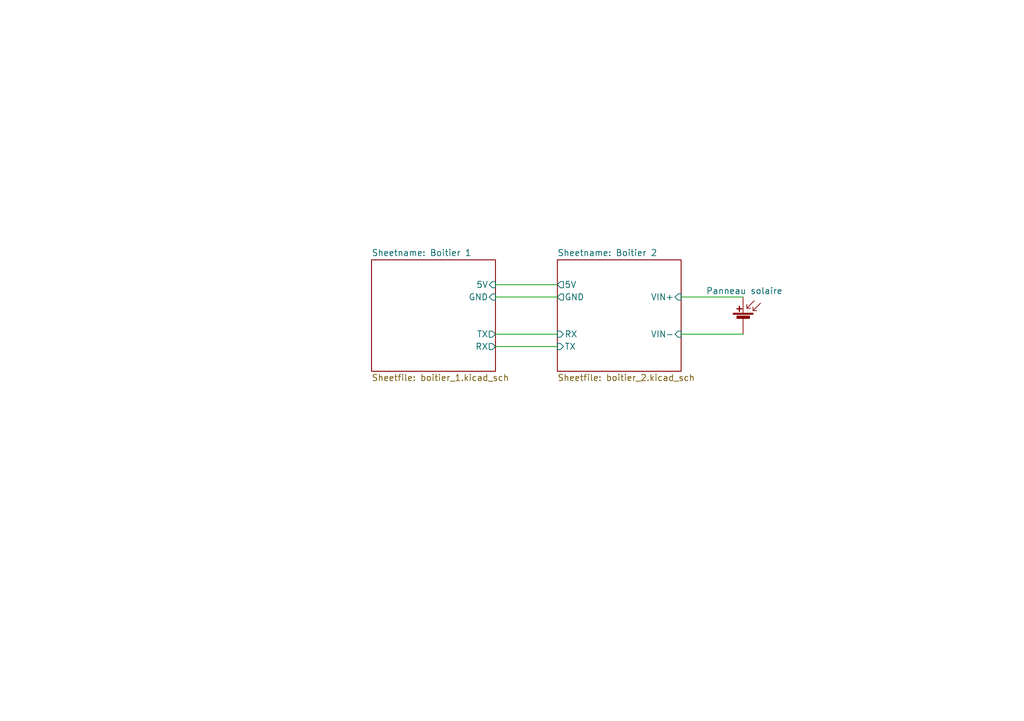
<source format=kicad_sch>
(kicad_sch (version 20230121) (generator eeschema)
  (paper "A5")
  (lib_symbols
    (symbol "Device:Solar_Cell" (pin_numbers hide) (pin_names (offset 0) hide)
      (property "Reference" "SC" (at 2.54 2.54 0))
      (property "Value" "Solar_Cell" (at 2.54 0 0))
      (symbol "Solar_Cell_0_1"
        (rectangle (start -2.032 1.778) (end 2.032 1.524) (fill (type outline)))
        (rectangle (start -1.3208 1.1938) (end 1.27 0.6858) (fill (type outline)))
        (polyline (pts (xy -2.032 2.286) (xy -3.556 3.81)))
        (polyline (pts (xy -0.762 2.794) (xy -2.286 4.318)))
        (polyline (pts (xy 0 0.762) (xy 0 0)))
        (polyline (pts (xy 0 1.778) (xy 0 2.54)))
        (polyline (pts (xy 0.254 2.667) (xy 1.27 2.667)) (stroke (width 0.254)))
        (polyline (pts (xy 0.762 3.175) (xy 0.762 2.159)) (stroke (width 0.254)))
        (polyline (pts (xy -2.032 3.048) (xy -2.032 2.286) (xy -2.794 2.286)))
        (polyline (pts (xy -0.762 3.556) (xy -0.762 2.794) (xy -1.524 2.794)))
      )
      (symbol "Solar_Cell_1_1"
        (pin passive line (at 0 5.08 270) (length 2.54) (name "+") (number "1"))
        (pin passive line (at 0 -2.54 90) (length 2.54) (name "-") (number "2"))
      )
    )
  )
  (wire (pts (xy 101.6 60.96) (xy 114.3 60.96)))
  (wire (pts (xy 139.7 68.58) (xy 152.4 68.58)))
  (wire (pts (xy 101.6 71.12) (xy 114.3 71.12)))
  (wire (pts (xy 101.6 58.42) (xy 114.3 58.42)))
  (wire (pts (xy 101.6 68.58) (xy 114.3 68.58)))
  (wire (pts (xy 139.7 60.96) (xy 152.4 60.96)))
  (symbol (lib_id "Device:Solar_Cell") (at 152.4 66.04 0) (mirror y) (unit 1)
    (property "Reference" "SC1" (effects hide))
    (property "Value" "Panneau solaire" (at 144.78 59.69 0) (effects (justify right)))
  )
  (sheet (at 76.2 53.34) (size 25.4 22.86) (stroke (width 0.1524))
    (property "Sheetname" "Boitier 1" (at 76.2 52.6284 0) (show_name) (effects (justify left bottom)))
    (property "Sheetfile" "boitier_1.kicad_sch" (at 76.2 76.7846 0) (show_name) (effects (justify left top)))
    (pin "GND" input (at 101.6 60.96 0))
    (pin "TX" output (at 101.6 68.58 0))
    (pin "RX" output (at 101.6 71.12 0))
    (pin "5V" input (at 101.6 58.42 0))
  )
  (sheet (at 114.3 53.34) (size 25.4 22.86) (stroke (width 0.1524))
    (property "Sheetname" "Boitier 2" (at 114.3 52.6284 0) (show_name) (effects (justify left bottom)))
    (property "Sheetfile" "boitier_2.kicad_sch" (at 114.3 76.7846 0) (show_name) (effects (justify left top)))
    (pin "VIN+" input (at 139.7 60.96 0))
    (pin "VIN-" input (at 139.7 68.58 0))
    (pin "GND" output (at 114.3 60.96 180))
    (pin "TX" input (at 114.3 71.12 180))
    (pin "RX" input (at 114.3 68.58 180))
    (pin "5V" output (at 114.3 58.42 180))
  )
)
</source>
